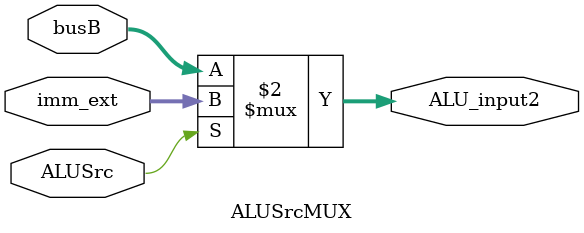
<source format=v>
`timescale 1ns / 1ps


module ALUSrcMUX(
    input [31:0] busB,       // 来自寄存器文件的输出
    input [31:0] imm_ext,    // 来自立即数扩展器的输出
    input ALUSrc,            // 控制信号
    output [31:0] ALU_input2 // 输出到 ALU 的第二个操作数

    );
    assign ALU_input2 = (ALUSrc == 1'b1) ? imm_ext : busB;

endmodule

</source>
